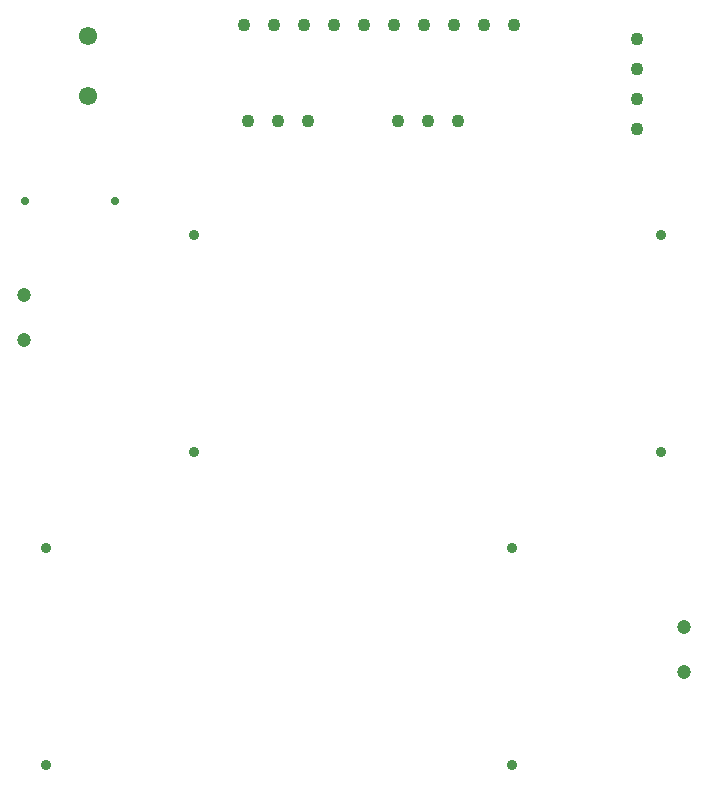
<source format=gbr>
%TF.GenerationSoftware,Altium Limited,Altium Designer,24.10.1 (45)*%
G04 Layer_Color=0*
%FSLAX45Y45*%
%MOMM*%
%TF.SameCoordinates,60A24816-13A2-4E53-95B9-A8CDB98880B0*%
%TF.FilePolarity,Positive*%
%TF.FileFunction,Plated,1,2,PTH,Drill*%
%TF.Part,Single*%
G01*
G75*
%TA.AperFunction,ComponentDrill*%
%ADD32C,0.89000*%
%ADD33C,0.70000*%
%ADD34C,1.55000*%
%ADD35C,1.10000*%
%ADD36C,1.20000*%
%ADD37C,1.10000*%
D32*
X6121400Y2992120D02*
D03*
Y4826000D02*
D03*
X2169160D02*
D03*
X4866640Y2176780D02*
D03*
Y342900D02*
D03*
X2169160Y2992120D02*
D03*
X914400Y342900D02*
D03*
Y2176780D02*
D03*
D33*
X736300Y5118100D02*
D03*
X1498900D02*
D03*
D34*
X1270000Y6515100D02*
D03*
Y6007100D02*
D03*
D35*
X3136900Y5791200D02*
D03*
X2882900D02*
D03*
X2628900D02*
D03*
X3898900D02*
D03*
X4152900D02*
D03*
X4406900D02*
D03*
X4368800Y6604000D02*
D03*
X4114800D02*
D03*
X3606800D02*
D03*
X3098800D02*
D03*
X2590800D02*
D03*
X2844800D02*
D03*
X3352800D02*
D03*
X3860800D02*
D03*
X4622800D02*
D03*
X4876800D02*
D03*
D36*
X6318116Y1511276D02*
D03*
Y1130276D02*
D03*
X730384Y3937024D02*
D03*
Y4318024D02*
D03*
D37*
X5918200Y5981700D02*
D03*
Y5727700D02*
D03*
Y6235700D02*
D03*
Y6489700D02*
D03*
%TF.MD5,975dec02b4ddef2fb04752c457a80e0f*%
M02*

</source>
